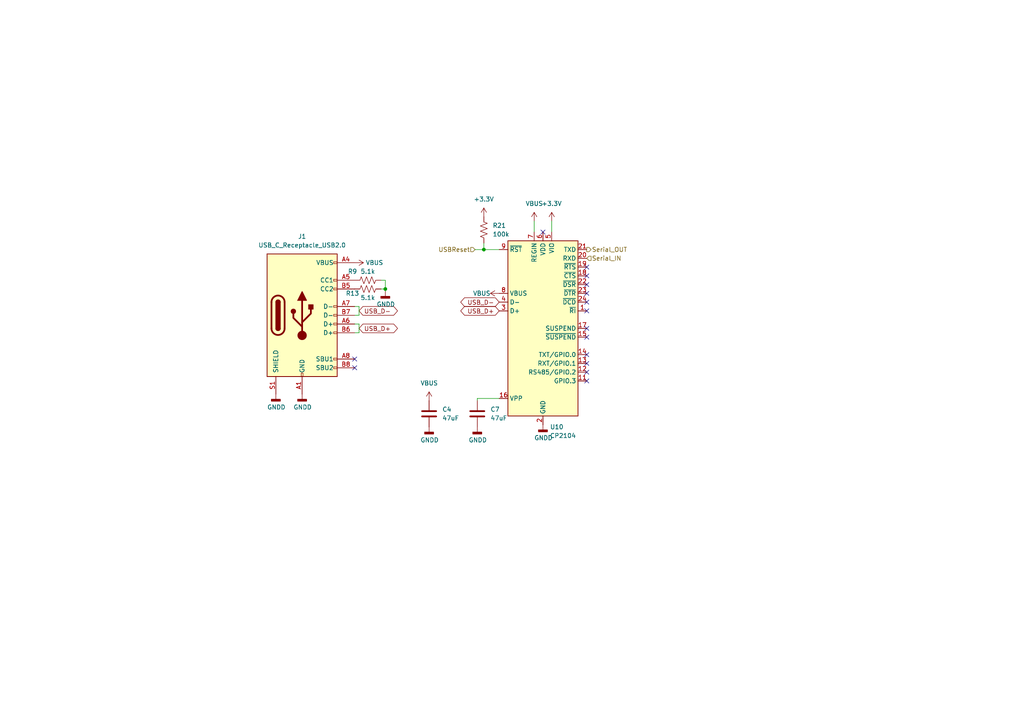
<source format=kicad_sch>
(kicad_sch (version 20230121) (generator eeschema)
  (paper "A4")
  (lib_symbols
    (symbol "Connector:USB_C_Receptacle_USB2.0" (pin_names (offset 1.016))
      (property "Reference" "J" (at -10.16 19.05 0))
      (property "Value" "USB_C_Receptacle_USB2.0" (at 19.05 19.05 0))
      (symbol "USB_C_Receptacle_USB2.0_0_0"
        (rectangle (start -0.254 -17.78) (end 0.254 -16.764))
        (rectangle (start 10.16 -14.986) (end 9.144 -15.494))
        (rectangle (start 10.16 -12.446) (end 9.144 -12.954))
        (rectangle (start 10.16 -4.826) (end 9.144 -5.334))
        (rectangle (start 10.16 -2.286) (end 9.144 -2.794))
        (rectangle (start 10.16 0.254) (end 9.144 -0.254))
        (rectangle (start 10.16 2.794) (end 9.144 2.286))
        (rectangle (start 10.16 7.874) (end 9.144 7.366))
        (rectangle (start 10.16 10.414) (end 9.144 9.906))
        (rectangle (start 10.16 15.494) (end 9.144 14.986))
      )
      (symbol "USB_C_Receptacle_USB2.0_0_1"
        (rectangle (start -10.16 17.78) (end 10.16 -17.78) (stroke (width 0.254)) (fill (type background)))
        (arc (start -8.89 -3.81) (mid -6.985 -5.7067) (end -5.08 -3.81) (stroke (width 0.508)))
        (arc (start -7.62 -3.81) (mid -6.985 -4.4423) (end -6.35 -3.81) (stroke (width 0.254)))
        (arc (start -7.62 -3.81) (mid -6.985 -4.4423) (end -6.35 -3.81) (stroke (width 0.254)) (fill (type outline)))
        (rectangle (start -7.62 -3.81) (end -6.35 3.81) (stroke (width 0.254)) (fill (type outline)))
        (arc (start -6.35 3.81) (mid -6.985 4.4423) (end -7.62 3.81) (stroke (width 0.254)))
        (arc (start -6.35 3.81) (mid -6.985 4.4423) (end -7.62 3.81) (stroke (width 0.254)) (fill (type outline)))
        (arc (start -5.08 3.81) (mid -6.985 5.7067) (end -8.89 3.81) (stroke (width 0.508)))
        (circle (center -2.54 1.143) (radius 0.635) (stroke (width 0.254)) (fill (type outline)))
        (circle (center 0 -5.842) (radius 1.27) (fill (type outline)))
        (polyline (pts (xy -8.89 -3.81) (xy -8.89 3.81)) (stroke (width 0.508)))
        (polyline (pts (xy -5.08 3.81) (xy -5.08 -3.81)) (stroke (width 0.508)))
        (polyline (pts (xy 0 -5.842) (xy 0 4.318)) (stroke (width 0.508)))
        (polyline (pts (xy 0 -3.302) (xy -2.54 -0.762) (xy -2.54 0.508)) (stroke (width 0.508)))
        (polyline (pts (xy 0 -2.032) (xy 2.54 0.508) (xy 2.54 1.778)) (stroke (width 0.508)))
        (polyline (pts (xy -1.27 4.318) (xy 0 6.858) (xy 1.27 4.318) (xy -1.27 4.318)) (stroke (width 0.254)) (fill (type outline)))
        (rectangle (start 1.905 1.778) (end 3.175 3.048) (stroke (width 0.254)) (fill (type outline)))
      )
      (symbol "USB_C_Receptacle_USB2.0_1_1"
        (pin passive line (at 0 -22.86 90) (length 5.08) (name "GND") (number "A1"))
        (pin passive line (at 0 -22.86 90) (length 5.08) hide (name "GND") (number "A12"))
        (pin passive line (at 15.24 15.24 180) (length 5.08) (name "VBUS") (number "A4"))
        (pin bidirectional line (at 15.24 10.16 180) (length 5.08) (name "CC1") (number "A5"))
        (pin bidirectional line (at 15.24 -2.54 180) (length 5.08) (name "D+") (number "A6"))
        (pin bidirectional line (at 15.24 2.54 180) (length 5.08) (name "D-") (number "A7"))
        (pin bidirectional line (at 15.24 -12.7 180) (length 5.08) (name "SBU1") (number "A8"))
        (pin passive line (at 15.24 15.24 180) (length 5.08) hide (name "VBUS") (number "A9"))
        (pin passive line (at 0 -22.86 90) (length 5.08) hide (name "GND") (number "B1"))
        (pin passive line (at 0 -22.86 90) (length 5.08) hide (name "GND") (number "B12"))
        (pin passive line (at 15.24 15.24 180) (length 5.08) hide (name "VBUS") (number "B4"))
        (pin bidirectional line (at 15.24 7.62 180) (length 5.08) (name "CC2") (number "B5"))
        (pin bidirectional line (at 15.24 -5.08 180) (length 5.08) (name "D+") (number "B6"))
        (pin bidirectional line (at 15.24 0 180) (length 5.08) (name "D-") (number "B7"))
        (pin bidirectional line (at 15.24 -15.24 180) (length 5.08) (name "SBU2") (number "B8"))
        (pin passive line (at 15.24 15.24 180) (length 5.08) hide (name "VBUS") (number "B9"))
        (pin passive line (at -7.62 -22.86 90) (length 5.08) (name "SHIELD") (number "S1"))
      )
    )
    (symbol "Device:C" (pin_numbers hide) (pin_names (offset 0.254))
      (property "Reference" "C" (at 0.635 2.54 0))
      (property "Value" "C" (at 0.635 -2.54 0))
      (symbol "C_0_1"
        (polyline (pts (xy -2.032 -0.762) (xy 2.032 -0.762)) (stroke (width 0.508)))
        (polyline (pts (xy -2.032 0.762) (xy 2.032 0.762)) (stroke (width 0.508)))
      )
      (symbol "C_1_1"
        (pin passive line (at 0 3.81 270) (length 2.794) (name "~") (number "1"))
        (pin passive line (at 0 -3.81 90) (length 2.794) (name "~") (number "2"))
      )
    )
    (symbol "Device:R_US" (pin_numbers hide) (pin_names (offset 0))
      (property "Reference" "R" (at 2.54 0 90))
      (property "Value" "R_US" (at -2.54 0 90))
      (symbol "R_US_0_1"
        (polyline (pts (xy 0 -2.286) (xy 0 -2.54)))
        (polyline (pts (xy 0 2.286) (xy 0 2.54)))
        (polyline (pts (xy 0 -0.762) (xy 1.016 -1.143) (xy 0 -1.524) (xy -1.016 -1.905) (xy 0 -2.286)))
        (polyline (pts (xy 0 0.762) (xy 1.016 0.381) (xy 0 0) (xy -1.016 -0.381) (xy 0 -0.762)))
        (polyline (pts (xy 0 2.286) (xy 1.016 1.905) (xy 0 1.524) (xy -1.016 1.143) (xy 0 0.762)))
      )
      (symbol "R_US_1_1"
        (pin passive line (at 0 3.81 270) (length 1.27) (name "~") (number "1"))
        (pin passive line (at 0 -3.81 90) (length 1.27) (name "~") (number "2"))
      )
    )
    (symbol "Interface_USB:CP2104"
      (property "Reference" "U" (at -5.08 28.575 0))
      (property "Value" "CP2104" (at -5.08 26.67 0))
      (symbol "CP2104_1_1"
        (rectangle (start -10.16 25.4) (end 10.16 -25.4) (stroke (width 0.254)) (fill (type background)))
        (pin input line (at 12.7 5.08 180) (length 2.54) (name "~{RI}") (number "1"))
        (pin no_connect line (at 10.16 -20.32 180) (length 2.54) hide (name "NC") (number "10"))
        (pin bidirectional line (at 12.7 -15.24 180) (length 2.54) (name "GPIO.3") (number "11"))
        (pin bidirectional line (at 12.7 -12.7 180) (length 2.54) (name "RS485/GPIO.2") (number "12"))
        (pin bidirectional line (at 12.7 -10.16 180) (length 2.54) (name "RXT/GPIO.1") (number "13"))
        (pin bidirectional line (at 12.7 -7.62 180) (length 2.54) (name "TXT/GPIO.0") (number "14"))
        (pin output line (at 12.7 -2.54 180) (length 2.54) (name "~{SUSPEND}") (number "15"))
        (pin passive line (at -12.7 -20.32 0) (length 2.54) (name "VPP") (number "16"))
        (pin output line (at 12.7 0 180) (length 2.54) (name "SUSPEND") (number "17"))
        (pin input line (at 12.7 15.24 180) (length 2.54) (name "~{CTS}") (number "18"))
        (pin output line (at 12.7 17.78 180) (length 2.54) (name "~{RTS}") (number "19"))
        (pin power_in line (at 0 -27.94 90) (length 2.54) (name "GND") (number "2"))
        (pin input line (at 12.7 20.32 180) (length 2.54) (name "RXD") (number "20"))
        (pin output line (at 12.7 22.86 180) (length 2.54) (name "TXD") (number "21"))
        (pin input line (at 12.7 12.7 180) (length 2.54) (name "~{DSR}") (number "22"))
        (pin output line (at 12.7 10.16 180) (length 2.54) (name "~{DTR}") (number "23"))
        (pin input line (at 12.7 7.62 180) (length 2.54) (name "~{DCD}") (number "24"))
        (pin passive line (at 0 -27.94 90) (length 2.54) hide (name "GND") (number "25"))
        (pin bidirectional line (at -12.7 5.08 0) (length 2.54) (name "D+") (number "3"))
        (pin bidirectional line (at -12.7 7.62 0) (length 2.54) (name "D-") (number "4"))
        (pin power_in line (at 2.54 27.94 270) (length 2.54) (name "VIO") (number "5"))
        (pin power_in line (at 0 27.94 270) (length 2.54) (name "VDD") (number "6"))
        (pin power_in line (at -2.54 27.94 270) (length 2.54) (name "REGIN") (number "7"))
        (pin input line (at -12.7 10.16 0) (length 2.54) (name "VBUS") (number "8"))
        (pin bidirectional line (at -12.7 22.86 0) (length 2.54) (name "~{RST}") (number "9"))
      )
    )
    (symbol "power:+3.3V" (power) (pin_names (offset 0))
      (property "Value" "+3.3V" (at 0 3.556 0))
      (symbol "+3.3V_0_1"
        (polyline (pts (xy -0.762 1.27) (xy 0 2.54)))
        (polyline (pts (xy 0 0) (xy 0 2.54)))
        (polyline (pts (xy 0 2.54) (xy 0.762 1.27)))
      )
      (symbol "+3.3V_1_1"
        (pin power_in line (at 0 0 90) (length 0) hide (name "+3.3V") (number "1"))
      )
    )
    (symbol "power:GNDD" (power) (pin_names (offset 0))
      (property "Value" "GNDD" (at 0 -3.175 0))
      (symbol "GNDD_0_1"
        (rectangle (start -1.27 -1.524) (end 1.27 -2.032) (stroke (width 0.254)) (fill (type outline)))
        (polyline (pts (xy 0 0) (xy 0 -1.524)))
      )
      (symbol "GNDD_1_1"
        (pin power_in line (at 0 0 270) (length 0) hide (name "GNDD") (number "1"))
      )
    )
    (symbol "power:VBUS" (power) (pin_names (offset 0))
      (property "Value" "VBUS" (at 0 3.81 0))
      (symbol "VBUS_0_1"
        (polyline (pts (xy -0.762 1.27) (xy 0 2.54)))
        (polyline (pts (xy 0 0) (xy 0 2.54)))
        (polyline (pts (xy 0 2.54) (xy 0.762 1.27)))
      )
      (symbol "VBUS_1_1"
        (pin power_in line (at 0 0 90) (length 0) hide (name "VBUS") (number "1"))
      )
    )
  )
  (junction (at 111.76 83.82))
  (junction (at 140.335 72.39))
  (no_connect (at 157.48 67.31))
  (no_connect (at 102.87 106.68))
  (no_connect (at 102.87 104.14))
  (no_connect (at 170.18 102.87))
  (no_connect (at 170.18 107.95))
  (no_connect (at 170.18 90.17))
  (no_connect (at 170.18 82.55))
  (no_connect (at 170.18 80.01))
  (no_connect (at 170.18 87.63))
  (no_connect (at 170.18 85.09))
  (no_connect (at 170.18 110.49))
  (no_connect (at 170.18 97.79))
  (no_connect (at 170.18 77.47))
  (no_connect (at 170.18 95.25))
  (no_connect (at 170.18 105.41))
  (wire (pts (xy 160.02 64.135) (xy 160.02 67.31)))
  (wire (pts (xy 138.43 115.57) (xy 138.43 116.205)))
  (wire (pts (xy 104.14 93.98) (xy 104.14 96.52)))
  (wire (pts (xy 111.76 81.28) (xy 111.76 83.82)))
  (wire (pts (xy 111.76 83.82) (xy 111.76 84.455)))
  (wire (pts (xy 102.87 88.9) (xy 104.14 88.9)))
  (wire (pts (xy 104.14 91.44) (xy 102.87 91.44)))
  (wire (pts (xy 102.87 96.52) (xy 104.14 96.52)))
  (wire (pts (xy 104.14 88.9) (xy 104.14 91.44)))
  (wire (pts (xy 137.795 72.39) (xy 140.335 72.39)))
  (wire (pts (xy 140.335 70.485) (xy 140.335 72.39)))
  (wire (pts (xy 140.335 72.39) (xy 144.78 72.39)))
  (wire (pts (xy 110.49 83.82) (xy 111.76 83.82)))
  (wire (pts (xy 144.78 115.57) (xy 138.43 115.57)))
  (wire (pts (xy 154.94 64.135) (xy 154.94 67.31)))
  (wire (pts (xy 110.49 81.28) (xy 111.76 81.28)))
  (wire (pts (xy 102.87 93.98) (xy 104.14 93.98)))
  (global_label "USB_D+" (shape bidirectional) (at 144.78 90.17 180) (property "Intersheetrefs" "${INTERSHEET_REFS}" (effects hide)))
  (global_label "USB_D+" (shape bidirectional) (at 104.14 95.25 0) (property "Intersheetrefs" "${INTERSHEET_REFS}" (effects hide)))
  (global_label "USB_D-" (shape bidirectional) (at 144.78 87.63 180) (property "Intersheetrefs" "${INTERSHEET_REFS}" (effects hide)))
  (global_label "USB_D-" (shape bidirectional) (at 104.14 90.17 0) (property "Intersheetrefs" "${INTERSHEET_REFS}" (effects hide)))
  (hierarchical_label "USBReset" (shape input) (at 137.795 72.39 180))
  (hierarchical_label "Serial_IN" (shape input) (at 170.18 74.93 0))
  (hierarchical_label "Serial_OUT" (shape output) (at 170.18 72.39 0))
  (symbol (lib_id "power:GNDD") (at 124.46 123.825 0) (unit 1)
    (property "Reference" "#PWR046" (effects hide))
    (property "Value" "GNDD" (at 121.92 127.635 0) (effects (justify left)))
  )
  (symbol (lib_id "power:VBUS") (at 102.87 76.2 270) (unit 1)
    (property "Reference" "#PWR043" (effects hide))
    (property "Value" "VBUS" (at 106.045 76.1999 90) (effects (justify left)))
  )
  (symbol (lib_id "power:VBUS") (at 124.46 116.205 0) (unit 1)
    (property "Reference" "#PWR045" (effects hide))
    (property "Value" "VBUS" (at 121.92 111.125 0) (effects (justify left)))
  )
  (symbol (lib_id "power:GNDD") (at 80.01 114.3 0) (unit 1)
    (property "Reference" "#PWR040" (effects hide))
    (property "Value" "GNDD" (at 77.47 118.11 0) (effects (justify left)))
  )
  (symbol (lib_id "power:GNDD") (at 138.43 123.825 0) (unit 1)
    (property "Reference" "#PWR049" (effects hide))
    (property "Value" "GNDD" (at 135.89 127.635 0) (effects (justify left)))
  )
  (symbol (lib_id "power:VBUS") (at 154.94 64.135 0) (unit 1)
    (property "Reference" "#PWR051" (effects hide))
    (property "Value" "VBUS" (at 152.4 59.055 0) (effects (justify left)))
  )
  (symbol (lib_id "Device:R_US") (at 140.335 66.675 180) (unit 1)
    (property "Reference" "R21" (at 142.875 65.4049 0) (effects (justify right)))
    (property "Value" "100k" (at 142.875 67.9449 0) (effects (justify right)))
    (property "Footprint" "Resistor_SMD:R_0402_1005Metric" (effects hide))
    (property "LCSC" "C25741" (effects hide))
    (instances (project "OrbitESC" (path "" (reference "R21") (unit 1)) (path "" (reference "R15") (unit 1))))
  )
  (symbol (lib_id "Connector:USB_C_Receptacle_USB2.0") (at 87.63 91.44 0) (unit 1)
    (property "Reference" "J1" (at 87.63 68.58 0))
    (property "Value" "USB_C_Receptacle_USB2.0" (at 87.63 71.12 0))
    (property "Footprint" "Connector_USB:USB_C_Receptacle_GCT_USB4085" (effects hide))
    (property "Datasheet" "https://www.usb.org/sites/default/files/documents/usb_type-c.zip" (effects hide))
  )
  (symbol (lib_id "Interface_USB:CP2104") (at 157.48 95.25 0) (unit 1)
    (property "Reference" "U10" (at 159.4994 123.825 0) (effects (justify left)))
    (property "Value" "CP2104" (at 159.4994 126.365 0) (effects (justify left)))
    (property "Footprint" "Package_DFN_QFN:QFN-24-1EP_4x4mm_P0.5mm_EP2.6x2.6mm" (effects hide))
    (property "Datasheet" "https://www.silabs.com/documents/public/data-sheets/cp2104.pdf" (effects hide))
  )
  (symbol (lib_id "Device:R_US") (at 106.68 81.28 270) (unit 1)
    (property "Reference" "R9" (at 102.235 78.74 90))
    (property "Value" "5.1k" (at 106.68 78.74 90))
    (property "Footprint" "Resistor_SMD:R_0402_1005Metric" (effects hide))
    (property "LCSC" "C25905" (effects hide))
  )
  (symbol (lib_id "Device:C") (at 138.43 120.015 0) (unit 1)
    (property "Reference" "C7" (at 142.24 118.7449 0) (effects (justify left)))
    (property "Value" "47uF" (at 142.24 121.2849 0) (effects (justify left)))
    (property "Footprint" "Capacitor_SMD:C_0805_2012Metric" (effects hide))
    (property "LCSC" "C16780" (effects hide))
  )
  (symbol (lib_id "power:+3.3V") (at 160.02 64.135 0) (unit 1)
    (property "Reference" "#PWR053" (effects hide))
    (property "Value" "+3.3V" (at 160.02 59.055 0))
  )
  (symbol (lib_id "power:+3.3V") (at 140.335 62.865 0) (unit 1)
    (property "Reference" "#PWR048" (effects hide))
    (property "Value" "+3.3V" (at 140.335 57.785 0))
  )
  (symbol (lib_id "power:VBUS") (at 144.78 85.09 90) (unit 1)
    (property "Reference" "#PWR050" (effects hide))
    (property "Value" "VBUS" (at 137.16 85.09 90) (effects (justify right)))
  )
  (symbol (lib_id "power:GNDD") (at 157.48 123.19 0) (unit 1)
    (property "Reference" "#PWR052" (effects hide))
    (property "Value" "GNDD" (at 154.94 127 0) (effects (justify left)))
  )
  (symbol (lib_id "power:GNDD") (at 111.76 84.455 0) (unit 1)
    (property "Reference" "#PWR044" (effects hide))
    (property "Value" "GNDD" (at 109.22 88.265 0) (effects (justify left)))
  )
  (symbol (lib_id "Device:R_US") (at 106.68 83.82 90) (unit 1)
    (property "Reference" "R13" (at 102.235 85.09 90))
    (property "Value" "5.1k" (at 106.68 86.36 90))
    (property "Footprint" "Resistor_SMD:R_0402_1005Metric" (effects hide))
    (property "LCSC" "C25905" (effects hide))
  )
  (symbol (lib_id "Device:C") (at 124.46 120.015 0) (unit 1)
    (property "Reference" "C4" (at 128.27 118.7449 0) (effects (justify left)))
    (property "Value" "47uF" (at 128.27 121.2849 0) (effects (justify left)))
    (property "Footprint" "Capacitor_SMD:C_0805_2012Metric" (effects hide))
    (property "LCSC" "C16780" (effects hide))
  )
  (symbol (lib_id "power:GNDD") (at 87.63 114.3 0) (unit 1)
    (property "Reference" "#PWR042" (effects hide))
    (property "Value" "GNDD" (at 85.09 118.11 0) (effects (justify left)))
  )
)
</source>
